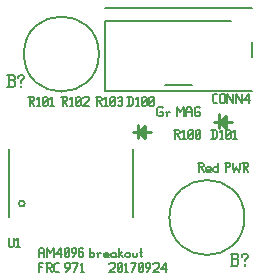
<source format=gbr>
G04 start of page 8 for group -4079 idx -4079 *
G04 Title: encoder, topsilk *
G04 Creator: pcb 20140316 *
G04 CreationDate: Mon 25 Sep 2017 03:55:45 AM GMT UTC *
G04 For: brian *
G04 Format: Gerber/RS-274X *
G04 PCB-Dimensions (mil): 1250.00 1300.00 *
G04 PCB-Coordinate-Origin: lower left *
%MOIN*%
%FSLAX25Y25*%
%LNTOPSILK*%
%ADD55C,0.0080*%
%ADD54C,0.0100*%
G54D54*X80000Y80000D02*X74000D01*
X76000D02*X78000Y82000D01*
X107000Y83500D02*X101000D01*
X103000D02*X105000Y85500D01*
X103000Y83500D02*X105000Y81500D01*
Y85500D02*Y81500D01*
X102500Y86000D02*Y81500D01*
X76000Y80000D02*X78000Y78000D01*
Y82000D02*Y78000D01*
X75500Y82500D02*Y78000D01*
G54D55*X95500Y69750D02*X97000D01*
X97375Y69375D01*
Y68625D01*
X97000Y68250D02*X97375Y68625D01*
X95875Y68250D02*X97000D01*
X95875Y69750D02*Y66750D01*
X96475Y68250D02*X97375Y66750D01*
X98650D02*X99775D01*
X98275Y67125D02*X98650Y66750D01*
X98275Y67875D02*Y67125D01*
Y67875D02*X98650Y68250D01*
X99400D01*
X99775Y67875D01*
X98275Y67500D02*X99775D01*
Y67875D02*Y67500D01*
X102175Y69750D02*Y66750D01*
X101800D02*X102175Y67125D01*
X101050Y66750D02*X101800D01*
X100675Y67125D02*X101050Y66750D01*
X100675Y67875D02*Y67125D01*
Y67875D02*X101050Y68250D01*
X101800D01*
X102175Y67875D01*
X104800Y69750D02*Y66750D01*
X104425Y69750D02*X105925D01*
X106300Y69375D01*
Y68625D01*
X105925Y68250D02*X106300Y68625D01*
X104800Y68250D02*X105925D01*
X107200Y69750D02*Y68250D01*
X107575Y66750D01*
X108325Y68250D01*
X109075Y66750D01*
X109450Y68250D01*
Y69750D02*Y68250D01*
X110350Y69750D02*X111850D01*
X112225Y69375D01*
Y68625D01*
X111850Y68250D02*X112225Y68625D01*
X110725Y68250D02*X111850D01*
X110725Y69750D02*Y66750D01*
X111325Y68250D02*X112225Y66750D01*
X83500Y88250D02*X83875Y87875D01*
X82375Y88250D02*X83500D01*
X82000Y87875D02*X82375Y88250D01*
X82000Y87875D02*Y85625D01*
X82375Y85250D01*
X83500D01*
X83875Y85625D01*
Y86375D02*Y85625D01*
X83500Y86750D02*X83875Y86375D01*
X82750Y86750D02*X83500D01*
X85150Y86375D02*Y85250D01*
Y86375D02*X85525Y86750D01*
X86275D01*
X84775D02*X85150Y86375D01*
X88525Y88250D02*Y85250D01*
Y88250D02*X89650Y86750D01*
X90775Y88250D01*
Y85250D01*
X91675Y87500D02*Y85250D01*
Y87500D02*X92200Y88250D01*
X93025D01*
X93550Y87500D01*
Y85250D01*
X91675Y86750D02*X93550D01*
X95950Y88250D02*X96325Y87875D01*
X94825Y88250D02*X95950D01*
X94450Y87875D02*X94825Y88250D01*
X94450Y87875D02*Y85625D01*
X94825Y85250D01*
X95950D01*
X96325Y85625D01*
Y86375D02*Y85625D01*
X95950Y86750D02*X96325Y86375D01*
X95200Y86750D02*X95950D01*
X42500Y40520D02*Y38300D01*
Y40520D02*X43018Y41260D01*
X43832D01*
X44350Y40520D01*
Y38300D01*
X42500Y39780D02*X44350D01*
X45238Y41260D02*Y38300D01*
Y41260D02*X46348Y39780D01*
X47458Y41260D01*
Y38300D01*
X48346Y39410D02*X49826Y41260D01*
X48346Y39410D02*X50196D01*
X49826Y41260D02*Y38300D01*
X51084Y38670D02*X51454Y38300D01*
X51084Y40890D02*Y38670D01*
Y40890D02*X51454Y41260D01*
X52194D01*
X52564Y40890D01*
Y38670D01*
X52194Y38300D02*X52564Y38670D01*
X51454Y38300D02*X52194D01*
X51084Y39040D02*X52564Y40520D01*
X53822Y38300D02*X54932Y39780D01*
Y40890D02*Y39780D01*
X54562Y41260D02*X54932Y40890D01*
X53822Y41260D02*X54562D01*
X53452Y40890D02*X53822Y41260D01*
X53452Y40890D02*Y40150D01*
X53822Y39780D01*
X54932D01*
X56930Y41260D02*X57300Y40890D01*
X56190Y41260D02*X56930D01*
X55820Y40890D02*X56190Y41260D01*
X55820Y40890D02*Y38670D01*
X56190Y38300D01*
X56930Y39928D02*X57300Y39558D01*
X55820Y39928D02*X56930D01*
X56190Y38300D02*X56930D01*
X57300Y38670D01*
Y39558D02*Y38670D01*
X59520Y41260D02*Y38300D01*
Y38670D02*X59890Y38300D01*
X60630D01*
X61000Y38670D01*
Y39410D02*Y38670D01*
X60630Y39780D02*X61000Y39410D01*
X59890Y39780D02*X60630D01*
X59520Y39410D02*X59890Y39780D01*
X62258Y39410D02*Y38300D01*
Y39410D02*X62628Y39780D01*
X63368D01*
X61888D02*X62258Y39410D01*
X64626Y38300D02*X65736D01*
X64256Y38670D02*X64626Y38300D01*
X64256Y39410D02*Y38670D01*
Y39410D02*X64626Y39780D01*
X65366D01*
X65736Y39410D01*
X64256Y39040D02*X65736D01*
Y39410D02*Y39040D01*
X67734Y39780D02*X68104Y39410D01*
X66994Y39780D02*X67734D01*
X66624Y39410D02*X66994Y39780D01*
X66624Y39410D02*Y38670D01*
X66994Y38300D01*
X68104Y39780D02*Y38670D01*
X68474Y38300D01*
X66994D02*X67734D01*
X68104Y38670D01*
X69362Y41260D02*Y38300D01*
Y39410D02*X70472Y38300D01*
X69362Y39410D02*X70102Y40150D01*
X71360Y39410D02*Y38670D01*
Y39410D02*X71730Y39780D01*
X72470D01*
X72840Y39410D01*
Y38670D01*
X72470Y38300D02*X72840Y38670D01*
X71730Y38300D02*X72470D01*
X71360Y38670D02*X71730Y38300D01*
X73728Y39780D02*Y38670D01*
X74098Y38300D01*
X74838D01*
X75208Y38670D01*
Y39780D02*Y38670D01*
X76466Y41260D02*Y38670D01*
X76836Y38300D01*
X76096Y40150D02*X76836D01*
X42500Y36260D02*Y33300D01*
Y36260D02*X43980D01*
X42500Y34928D02*X43610D01*
X44868Y36260D02*X46348D01*
X46718Y35890D01*
Y35150D01*
X46348Y34780D02*X46718Y35150D01*
X45238Y34780D02*X46348D01*
X45238Y36260D02*Y33300D01*
X45830Y34780D02*X46718Y33300D01*
X48124D02*X49086D01*
X47606Y33818D02*X48124Y33300D01*
X47606Y35742D02*Y33818D01*
Y35742D02*X48124Y36260D01*
X49086D01*
X51676Y33300D02*X52786Y34780D01*
Y35890D02*Y34780D01*
X52416Y36260D02*X52786Y35890D01*
X51676Y36260D02*X52416D01*
X51306Y35890D02*X51676Y36260D01*
X51306Y35890D02*Y35150D01*
X51676Y34780D01*
X52786D01*
X54044Y33300D02*X55524Y36260D01*
X53674D02*X55524D01*
X56412Y35668D02*X57004Y36260D01*
Y33300D01*
X56412D02*X57522D01*
X66000Y35890D02*X66370Y36260D01*
X67480D01*
X67850Y35890D01*
Y35150D01*
X66000Y33300D02*X67850Y35150D01*
X66000Y33300D02*X67850D01*
X68738Y33670D02*X69108Y33300D01*
X68738Y35890D02*Y33670D01*
Y35890D02*X69108Y36260D01*
X69848D01*
X70218Y35890D01*
Y33670D01*
X69848Y33300D02*X70218Y33670D01*
X69108Y33300D02*X69848D01*
X68738Y34040D02*X70218Y35520D01*
X71106Y35668D02*X71698Y36260D01*
Y33300D01*
X71106D02*X72216D01*
X73474D02*X74954Y36260D01*
X73104D02*X74954D01*
X75842Y33670D02*X76212Y33300D01*
X75842Y35890D02*Y33670D01*
Y35890D02*X76212Y36260D01*
X76952D01*
X77322Y35890D01*
Y33670D01*
X76952Y33300D02*X77322Y33670D01*
X76212Y33300D02*X76952D01*
X75842Y34040D02*X77322Y35520D01*
X78580Y33300D02*X79690Y34780D01*
Y35890D02*Y34780D01*
X79320Y36260D02*X79690Y35890D01*
X78580Y36260D02*X79320D01*
X78210Y35890D02*X78580Y36260D01*
X78210Y35890D02*Y35150D01*
X78580Y34780D01*
X79690D01*
X80578Y35890D02*X80948Y36260D01*
X82058D01*
X82428Y35890D01*
Y35150D01*
X80578Y33300D02*X82428Y35150D01*
X80578Y33300D02*X82428D01*
X83316Y34410D02*X84796Y36260D01*
X83316Y34410D02*X85166D01*
X84796Y36260D02*Y33300D01*
X106622Y117078D02*X64378D01*
X113622Y110078D02*Y104922D01*
X64378Y117078D02*Y93543D01*
X113622D02*X64378D01*
X93622Y95543D02*X84378D01*
X113622Y121457D02*X64378D01*
X37500Y106000D02*G75*G03X37500Y106000I12500J0D01*G01*
X86000Y51500D02*G75*G03X86000Y51500I12500J0D01*G01*
X32531Y74255D02*Y51815D01*
X73869Y74255D02*Y51815D01*
X35822Y56145D02*G75*G03X35822Y56145I1000J0D01*G01*
X101032Y89700D02*X102020D01*
X100500Y90232D02*X101032Y89700D01*
X100500Y92208D02*Y90232D01*
Y92208D02*X101032Y92740D01*
X102020D01*
X102932Y92360D02*Y90080D01*
Y92360D02*X103312Y92740D01*
X104072D01*
X104452Y92360D01*
Y90080D01*
X104072Y89700D02*X104452Y90080D01*
X103312Y89700D02*X104072D01*
X102932Y90080D02*X103312Y89700D01*
X105364Y92740D02*Y89700D01*
Y92740D02*X107264Y89700D01*
Y92740D02*Y89700D01*
X108176Y92740D02*Y89700D01*
Y92740D02*X110076Y89700D01*
Y92740D02*Y89700D01*
X110988Y90840D02*X112508Y92740D01*
X110988Y90840D02*X112888D01*
X112508Y92740D02*Y89700D01*
X100380Y80740D02*Y77700D01*
X101368Y80740D02*X101900Y80208D01*
Y78232D01*
X101368Y77700D02*X101900Y78232D01*
X100000Y77700D02*X101368D01*
X100000Y80740D02*X101368D01*
X102812Y80132D02*X103420Y80740D01*
Y77700D01*
X102812D02*X103952D01*
X104864Y78080D02*X105244Y77700D01*
X104864Y80360D02*Y78080D01*
Y80360D02*X105244Y80740D01*
X106004D01*
X106384Y80360D01*
Y78080D01*
X106004Y77700D02*X106384Y78080D01*
X105244Y77700D02*X106004D01*
X104864Y78460D02*X106384Y79980D01*
X107296Y80132D02*X107904Y80740D01*
Y77700D01*
X107296D02*X108436D01*
X87500Y80740D02*X89020D01*
X89400Y80360D01*
Y79600D01*
X89020Y79220D02*X89400Y79600D01*
X87880Y79220D02*X89020D01*
X87880Y80740D02*Y77700D01*
X88488Y79220D02*X89400Y77700D01*
X90312Y80132D02*X90920Y80740D01*
Y77700D01*
X90312D02*X91452D01*
X92364Y78080D02*X92744Y77700D01*
X92364Y80360D02*Y78080D01*
Y80360D02*X92744Y80740D01*
X93504D01*
X93884Y80360D01*
Y78080D01*
X93504Y77700D02*X93884Y78080D01*
X92744Y77700D02*X93504D01*
X92364Y78460D02*X93884Y79980D01*
X94796Y78080D02*X95176Y77700D01*
X94796Y80360D02*Y78080D01*
Y80360D02*X95176Y80740D01*
X95936D01*
X96316Y80360D01*
Y78080D01*
X95936Y77700D02*X96316Y78080D01*
X95176Y77700D02*X95936D01*
X94796Y78460D02*X96316Y79980D01*
X72380Y91775D02*Y88735D01*
X73368Y91775D02*X73900Y91243D01*
Y89267D01*
X73368Y88735D02*X73900Y89267D01*
X72000Y88735D02*X73368D01*
X72000Y91775D02*X73368D01*
X74812Y91167D02*X75420Y91775D01*
Y88735D01*
X74812D02*X75952D01*
X76864Y89115D02*X77244Y88735D01*
X76864Y91395D02*Y89115D01*
Y91395D02*X77244Y91775D01*
X78004D01*
X78384Y91395D01*
Y89115D01*
X78004Y88735D02*X78384Y89115D01*
X77244Y88735D02*X78004D01*
X76864Y89495D02*X78384Y91015D01*
X79296Y89115D02*X79676Y88735D01*
X79296Y91395D02*Y89115D01*
Y91395D02*X79676Y91775D01*
X80436D01*
X80816Y91395D01*
Y89115D01*
X80436Y88735D02*X80816Y89115D01*
X79676Y88735D02*X80436D01*
X79296Y89495D02*X80816Y91015D01*
X32000Y95000D02*X34000D01*
X34500Y95500D01*
Y96700D02*Y95500D01*
X34000Y97200D02*X34500Y96700D01*
X32500Y97200D02*X34000D01*
X32500Y99000D02*Y95000D01*
X32000Y99000D02*X34000D01*
X34500Y98500D01*
Y97700D01*
X34000Y97200D02*X34500Y97700D01*
X36700Y97000D02*Y96500D01*
Y95500D02*Y95000D01*
X35700Y98500D02*Y98000D01*
Y98500D02*X36200Y99000D01*
X37200D01*
X37700Y98500D01*
Y98000D01*
X36700Y97000D02*X37700Y98000D01*
X50000Y91775D02*X51520D01*
X51900Y91395D01*
Y90635D01*
X51520Y90255D02*X51900Y90635D01*
X50380Y90255D02*X51520D01*
X50380Y91775D02*Y88735D01*
X50988Y90255D02*X51900Y88735D01*
X52812Y91167D02*X53420Y91775D01*
Y88735D01*
X52812D02*X53952D01*
X54864Y89115D02*X55244Y88735D01*
X54864Y91395D02*Y89115D01*
Y91395D02*X55244Y91775D01*
X56004D01*
X56384Y91395D01*
Y89115D01*
X56004Y88735D02*X56384Y89115D01*
X55244Y88735D02*X56004D01*
X54864Y89495D02*X56384Y91015D01*
X57296Y91395D02*X57676Y91775D01*
X58816D01*
X59196Y91395D01*
Y90635D01*
X57296Y88735D02*X59196Y90635D01*
X57296Y88735D02*X59196D01*
X39000Y91775D02*X40520D01*
X40900Y91395D01*
Y90635D01*
X40520Y90255D02*X40900Y90635D01*
X39380Y90255D02*X40520D01*
X39380Y91775D02*Y88735D01*
X39988Y90255D02*X40900Y88735D01*
X41812Y91167D02*X42420Y91775D01*
Y88735D01*
X41812D02*X42952D01*
X43864Y89115D02*X44244Y88735D01*
X43864Y91395D02*Y89115D01*
Y91395D02*X44244Y91775D01*
X45004D01*
X45384Y91395D01*
Y89115D01*
X45004Y88735D02*X45384Y89115D01*
X44244Y88735D02*X45004D01*
X43864Y89495D02*X45384Y91015D01*
X46296Y91167D02*X46904Y91775D01*
Y88735D01*
X46296D02*X47436D01*
X106500Y35500D02*X108500D01*
X109000Y36000D01*
Y37200D02*Y36000D01*
X108500Y37700D02*X109000Y37200D01*
X107000Y37700D02*X108500D01*
X107000Y39500D02*Y35500D01*
X106500Y39500D02*X108500D01*
X109000Y39000D01*
Y38200D01*
X108500Y37700D02*X109000Y38200D01*
X111200Y37500D02*Y37000D01*
Y36000D02*Y35500D01*
X110200Y39000D02*Y38500D01*
Y39000D02*X110700Y39500D01*
X111700D01*
X112200Y39000D01*
Y38500D01*
X111200Y37500D02*X112200Y38500D01*
X61500Y91775D02*X63020D01*
X63400Y91395D01*
Y90635D01*
X63020Y90255D02*X63400Y90635D01*
X61880Y90255D02*X63020D01*
X61880Y91775D02*Y88735D01*
X62488Y90255D02*X63400Y88735D01*
X64312Y91167D02*X64920Y91775D01*
Y88735D01*
X64312D02*X65452D01*
X66364Y89115D02*X66744Y88735D01*
X66364Y91395D02*Y89115D01*
Y91395D02*X66744Y91775D01*
X67504D01*
X67884Y91395D01*
Y89115D01*
X67504Y88735D02*X67884Y89115D01*
X66744Y88735D02*X67504D01*
X66364Y89495D02*X67884Y91015D01*
X68796Y91395D02*X69176Y91775D01*
X69936D01*
X70316Y91395D01*
X69936Y88735D02*X70316Y89115D01*
X69176Y88735D02*X69936D01*
X68796Y89115D02*X69176Y88735D01*
Y90407D02*X69936D01*
X70316Y91395D02*Y90787D01*
Y90027D02*Y89115D01*
Y90027D02*X69936Y90407D01*
X70316Y90787D02*X69936Y90407D01*
X32500Y44730D02*Y42035D01*
X32885Y41650D01*
X33655D01*
X34040Y42035D01*
Y44730D02*Y42035D01*
X34964Y44114D02*X35580Y44730D01*
Y41650D01*
X34964D02*X36119D01*
M02*

</source>
